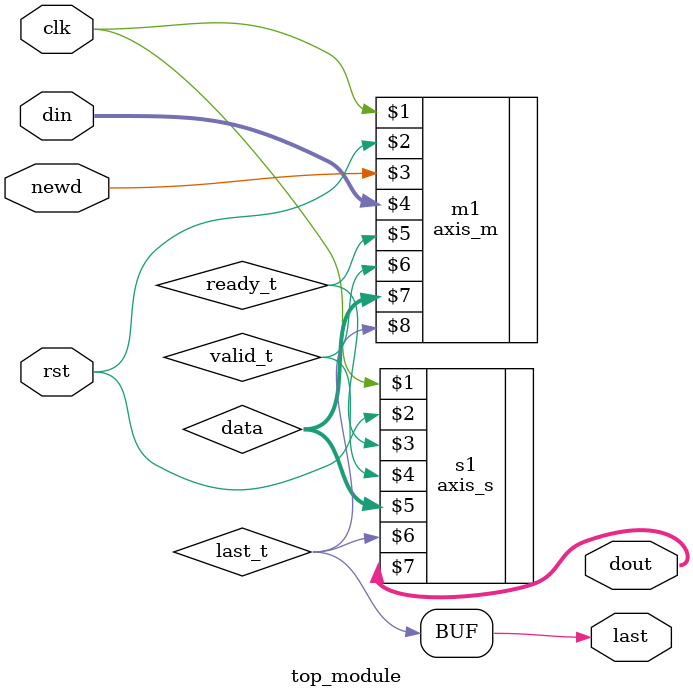
<source format=sv>
`timescale 1ns / 1ps


module top_module 
(
input clk,rst, newd,
input [7:0] din,
output [7:0] dout,
output last
);
wire last_t, valid_t, ready_t;
wire [7:0] data;

axis_m m1 (clk,rst,newd,din, ready_t, valid_t, data, last_t);
axis_s s1 (clk, rst,ready_t,valid_t,data,last_t, dout);

assign last = last_t;

endmodule

</source>
